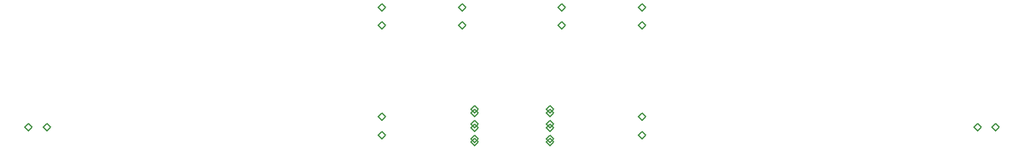
<source format=gbr>
%TF.GenerationSoftware,Altium Limited,Altium Designer,22.5.1 (42)*%
G04 Layer_Color=2752767*
%FSLAX26Y26*%
%MOIN*%
%TF.SameCoordinates,16E36816-DCA1-4F18-AD40-64303467345E*%
%TF.FilePolarity,Positive*%
%TF.FileFunction,Drawing*%
%TF.Part,Single*%
G01*
G75*
%TA.AperFunction,NonConductor*%
%ADD59C,0.005000*%
D59*
X3844961Y2253937D02*
X3864961Y2273937D01*
X3884961Y2253937D01*
X3864961Y2233937D01*
X3844961Y2253937D01*
Y2155512D02*
X3864961Y2175512D01*
X3884961Y2155512D01*
X3864961Y2135512D01*
X3844961Y2155512D01*
X4382756D02*
X4402756Y2175512D01*
X4422756Y2155512D01*
X4402756Y2135512D01*
X4382756Y2155512D01*
Y2253937D02*
X4402756Y2273937D01*
X4422756Y2253937D01*
X4402756Y2233937D01*
X4382756Y2253937D01*
X3411889D02*
X3431889Y2273937D01*
X3451889Y2253937D01*
X3431889Y2233937D01*
X3411889Y2253937D01*
Y2155512D02*
X3431889Y2175512D01*
X3451889Y2155512D01*
X3431889Y2135512D01*
X3411889Y2155512D01*
X4815827D02*
X4835827Y2175512D01*
X4855827Y2155512D01*
X4835827Y2135512D01*
X4815827Y2155512D01*
Y2253937D02*
X4835827Y2273937D01*
X4855827Y2253937D01*
X4835827Y2233937D01*
X4815827Y2253937D01*
X6623701Y1607480D02*
X6643701Y1627480D01*
X6663701Y1607480D01*
X6643701Y1587480D01*
X6623701Y1607480D01*
X6722126D02*
X6742126Y1627480D01*
X6762126Y1607480D01*
X6742126Y1587480D01*
X6722126Y1607480D01*
X4815827Y1564961D02*
X4835827Y1584961D01*
X4855827Y1564961D01*
X4835827Y1544961D01*
X4815827Y1564961D01*
Y1663386D02*
X4835827Y1683386D01*
X4855827Y1663386D01*
X4835827Y1643386D01*
X4815827Y1663386D01*
X3411890D02*
X3431890Y1683386D01*
X3451890Y1663386D01*
X3431890Y1643386D01*
X3411890Y1663386D01*
Y1564961D02*
X3431890Y1584961D01*
X3451890Y1564961D01*
X3431890Y1544961D01*
X3411890Y1564961D01*
X1505591Y1607480D02*
X1525591Y1627480D01*
X1545591Y1607480D01*
X1525591Y1587480D01*
X1505591Y1607480D01*
X1604016D02*
X1624016Y1627480D01*
X1644016Y1607480D01*
X1624016Y1587480D01*
X1604016Y1607480D01*
X3910315Y1683071D02*
X3930315Y1703071D01*
X3950315Y1683071D01*
X3930315Y1663071D01*
X3910315Y1683071D01*
Y1702756D02*
X3930315Y1722756D01*
X3950315Y1702756D01*
X3930315Y1682756D01*
X3910315Y1702756D01*
Y1545276D02*
X3930315Y1565276D01*
X3950315Y1545276D01*
X3930315Y1525276D01*
X3910315Y1545276D01*
Y1525591D02*
X3930315Y1545591D01*
X3950315Y1525591D01*
X3930315Y1505591D01*
X3910315Y1525591D01*
Y1624016D02*
X3930315Y1644016D01*
X3950315Y1624016D01*
X3930315Y1604016D01*
X3910315Y1624016D01*
Y1604331D02*
X3930315Y1624331D01*
X3950315Y1604331D01*
X3930315Y1584331D01*
X3910315Y1604331D01*
X4317401D02*
X4337401Y1624331D01*
X4357401Y1604331D01*
X4337401Y1584331D01*
X4317401Y1604331D01*
Y1624016D02*
X4337401Y1644016D01*
X4357401Y1624016D01*
X4337401Y1604016D01*
X4317401Y1624016D01*
Y1525591D02*
X4337401Y1545591D01*
X4357401Y1525591D01*
X4337401Y1505591D01*
X4317401Y1525591D01*
Y1545276D02*
X4337401Y1565276D01*
X4357401Y1545276D01*
X4337401Y1525276D01*
X4317401Y1545276D01*
Y1702756D02*
X4337401Y1722756D01*
X4357401Y1702756D01*
X4337401Y1682756D01*
X4317401Y1702756D01*
Y1683071D02*
X4337401Y1703071D01*
X4357401Y1683071D01*
X4337401Y1663071D01*
X4317401Y1683071D01*
%TF.MD5,10ea5c8e87f8da6d80f67226b769c7df*%
M02*

</source>
